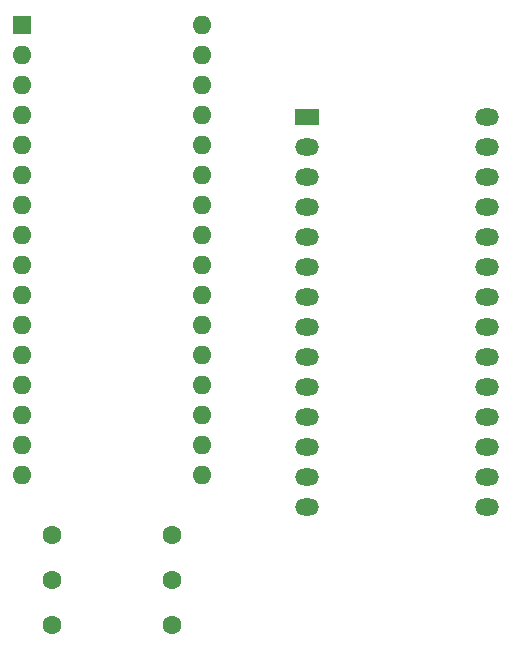
<source format=gbr>
%TF.GenerationSoftware,KiCad,Pcbnew,9.0.6*%
%TF.CreationDate,2026-01-11T11:48:49+09:00*%
%TF.ProjectId,MH01952024221Z2_1Mbit_mask-rom_adaptor,4d483031-3935-4323-9032-343232315a32,rev?*%
%TF.SameCoordinates,Original*%
%TF.FileFunction,Soldermask,Top*%
%TF.FilePolarity,Negative*%
%FSLAX46Y46*%
G04 Gerber Fmt 4.6, Leading zero omitted, Abs format (unit mm)*
G04 Created by KiCad (PCBNEW 9.0.6) date 2026-01-11 11:48:49*
%MOMM*%
%LPD*%
G01*
G04 APERTURE LIST*
%ADD10C,1.600000*%
%ADD11R,1.600000X1.600000*%
%ADD12O,1.600000X1.600000*%
%ADD13R,2.000000X1.440000*%
%ADD14O,2.000000X1.440000*%
G04 APERTURE END LIST*
D10*
%TO.C,R2*%
X106680000Y-100330000D03*
X96520000Y-100330000D03*
%TD*%
D11*
%TO.C,J1*%
X93974500Y-53340000D03*
D12*
X93974500Y-55880000D03*
X93974500Y-58420000D03*
X93974500Y-60960000D03*
X93974500Y-63500000D03*
X93974500Y-66040000D03*
X93974500Y-68580000D03*
X93974500Y-71120000D03*
X93974500Y-73660000D03*
X93974500Y-76200000D03*
X93974500Y-78740000D03*
X93974500Y-81280000D03*
X93974500Y-83820000D03*
X93974500Y-86360000D03*
X93974500Y-88900000D03*
X93974500Y-91440000D03*
X109214500Y-91440000D03*
X109214500Y-88900000D03*
X109214500Y-86360000D03*
X109214500Y-83820000D03*
X109214500Y-81280000D03*
X109214500Y-78740000D03*
X109214500Y-76200000D03*
X109214500Y-73660000D03*
X109214500Y-71120000D03*
X109214500Y-68580000D03*
X109214500Y-66040000D03*
X109214500Y-63500000D03*
X109214500Y-60960000D03*
X109214500Y-58420000D03*
X109214500Y-55880000D03*
X109214500Y-53340000D03*
%TD*%
D10*
%TO.C,R1*%
X106680000Y-96520000D03*
X96520000Y-96520000D03*
%TD*%
%TO.C,R3*%
X106680000Y-104140000D03*
X96520000Y-104140000D03*
%TD*%
D13*
%TO.C,U2*%
X118110000Y-61087000D03*
D14*
X118110000Y-63627000D03*
X118110000Y-66167000D03*
X118110000Y-68707000D03*
X118110000Y-71247000D03*
X118110000Y-73787000D03*
X118110000Y-76327000D03*
X118110000Y-78867000D03*
X118110000Y-81407000D03*
X118110000Y-83947000D03*
X118110000Y-86487000D03*
X118110000Y-89027000D03*
X118110000Y-91567000D03*
X118110000Y-94107000D03*
X133350000Y-94107000D03*
X133350000Y-91567000D03*
X133350000Y-89027000D03*
X133350000Y-86487000D03*
X133350000Y-83947000D03*
X133350000Y-81407000D03*
X133350000Y-78867000D03*
X133350000Y-76327000D03*
X133350000Y-73787000D03*
X133350000Y-71247000D03*
X133350000Y-68707000D03*
X133350000Y-66167000D03*
X133350000Y-63627000D03*
X133350000Y-61087000D03*
%TD*%
M02*

</source>
